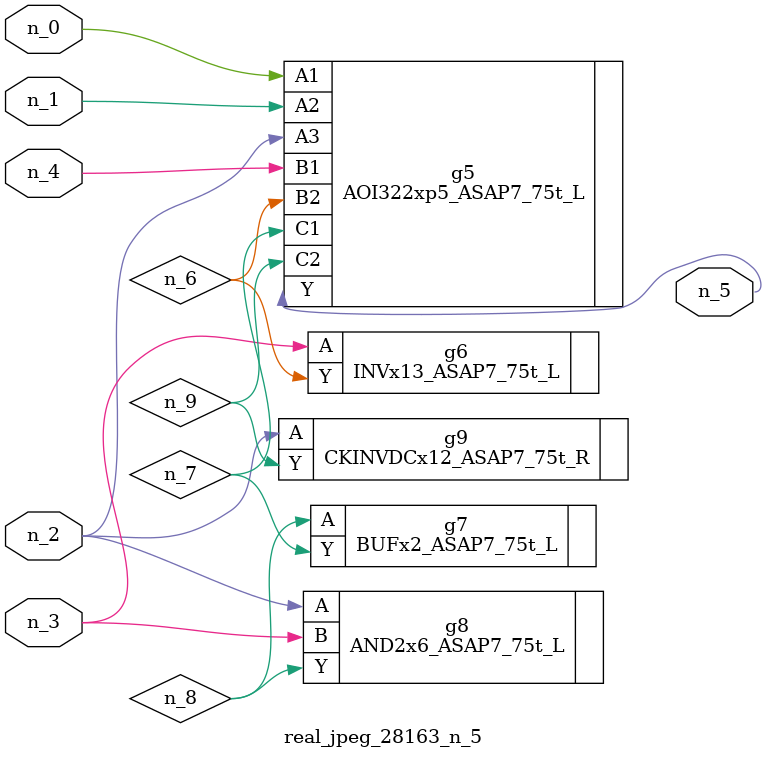
<source format=v>
module real_jpeg_28163_n_5 (n_4, n_0, n_1, n_2, n_3, n_5);

input n_4;
input n_0;
input n_1;
input n_2;
input n_3;

output n_5;

wire n_8;
wire n_6;
wire n_7;
wire n_9;

AOI322xp5_ASAP7_75t_L g5 ( 
.A1(n_0),
.A2(n_1),
.A3(n_2),
.B1(n_4),
.B2(n_6),
.C1(n_7),
.C2(n_9),
.Y(n_5)
);

AND2x6_ASAP7_75t_L g8 ( 
.A(n_2),
.B(n_3),
.Y(n_8)
);

CKINVDCx12_ASAP7_75t_R g9 ( 
.A(n_2),
.Y(n_9)
);

INVx13_ASAP7_75t_L g6 ( 
.A(n_3),
.Y(n_6)
);

BUFx2_ASAP7_75t_L g7 ( 
.A(n_8),
.Y(n_7)
);


endmodule
</source>
